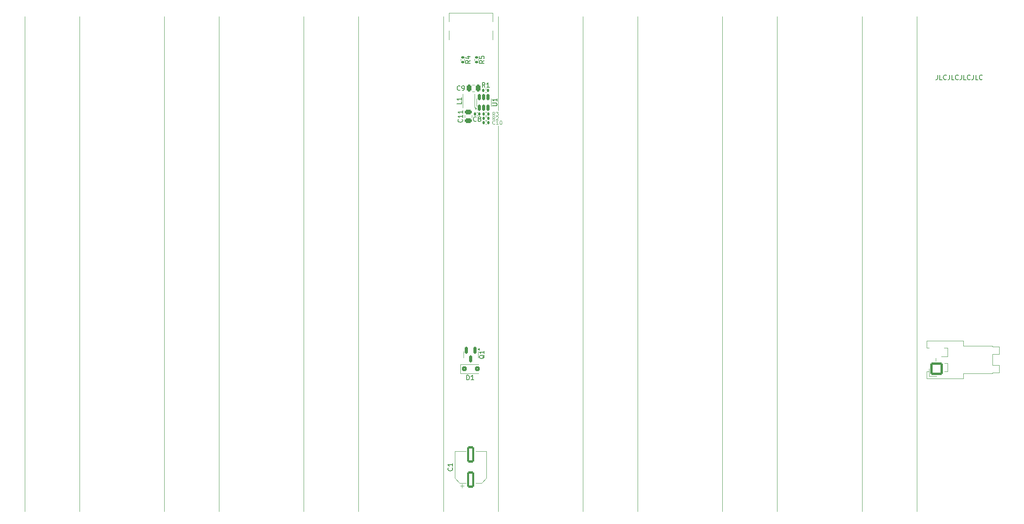
<source format=gto>
%TF.GenerationSoftware,KiCad,Pcbnew,8.0.3*%
%TF.CreationDate,2024-07-13T17:49:35+02:00*%
%TF.ProjectId,faderboard,66616465-7262-46f6-9172-642e6b696361,rev?*%
%TF.SameCoordinates,Original*%
%TF.FileFunction,Legend,Top*%
%TF.FilePolarity,Positive*%
%FSLAX46Y46*%
G04 Gerber Fmt 4.6, Leading zero omitted, Abs format (unit mm)*
G04 Created by KiCad (PCBNEW 8.0.3) date 2024-07-13 17:49:35*
%MOMM*%
%LPD*%
G01*
G04 APERTURE LIST*
G04 Aperture macros list*
%AMRoundRect*
0 Rectangle with rounded corners*
0 $1 Rounding radius*
0 $2 $3 $4 $5 $6 $7 $8 $9 X,Y pos of 4 corners*
0 Add a 4 corners polygon primitive as box body*
4,1,4,$2,$3,$4,$5,$6,$7,$8,$9,$2,$3,0*
0 Add four circle primitives for the rounded corners*
1,1,$1+$1,$2,$3*
1,1,$1+$1,$4,$5*
1,1,$1+$1,$6,$7*
1,1,$1+$1,$8,$9*
0 Add four rect primitives between the rounded corners*
20,1,$1+$1,$2,$3,$4,$5,0*
20,1,$1+$1,$4,$5,$6,$7,0*
20,1,$1+$1,$6,$7,$8,$9,0*
20,1,$1+$1,$8,$9,$2,$3,0*%
G04 Aperture macros list end*
%ADD10C,0.120000*%
%ADD11C,0.150000*%
%ADD12RoundRect,0.150000X-0.150000X0.587500X-0.150000X-0.587500X0.150000X-0.587500X0.150000X0.587500X0*%
%ADD13RoundRect,0.250000X0.550000X-1.500000X0.550000X1.500000X-0.550000X1.500000X-0.550000X-1.500000X0*%
%ADD14C,2.300000*%
%ADD15C,2.800000*%
%ADD16RoundRect,0.250000X0.250000X0.475000X-0.250000X0.475000X-0.250000X-0.475000X0.250000X-0.475000X0*%
%ADD17R,2.000000X0.850000*%
%ADD18RoundRect,0.150000X0.150000X-0.512500X0.150000X0.512500X-0.150000X0.512500X-0.150000X-0.512500X0*%
%ADD19RoundRect,0.140000X-0.140000X-0.170000X0.140000X-0.170000X0.140000X0.170000X-0.140000X0.170000X0*%
%ADD20RoundRect,0.140000X0.140000X0.170000X-0.140000X0.170000X-0.140000X-0.170000X0.140000X-0.170000X0*%
%ADD21RoundRect,0.250000X-0.475000X0.250000X-0.475000X-0.250000X0.475000X-0.250000X0.475000X0.250000X0*%
%ADD22C,6.200000*%
%ADD23RoundRect,0.135000X0.135000X0.185000X-0.135000X0.185000X-0.135000X-0.185000X0.135000X-0.185000X0*%
%ADD24RoundRect,0.135000X-0.135000X-0.185000X0.135000X-0.185000X0.135000X0.185000X-0.135000X0.185000X0*%
%ADD25RoundRect,0.135000X-0.185000X0.135000X-0.185000X-0.135000X0.185000X-0.135000X0.185000X0.135000X0*%
%ADD26C,0.650000*%
%ADD27R,0.600000X1.450000*%
%ADD28R,0.300000X1.450000*%
%ADD29O,1.000000X2.100000*%
%ADD30O,1.000000X1.600000*%
%ADD31RoundRect,0.250001X1.099999X-1.099999X1.099999X1.099999X-1.099999X1.099999X-1.099999X-1.099999X0*%
%ADD32C,2.700000*%
%ADD33RoundRect,0.250000X-0.300000X-0.300000X0.300000X-0.300000X0.300000X0.300000X-0.300000X0.300000X0*%
G04 APERTURE END LIST*
D10*
X81610000Y-24710000D02*
X81610000Y-131290000D01*
X123390000Y-24710000D02*
X123390000Y-131290000D01*
X171610000Y-24710000D02*
X171610000Y-131290000D01*
X201610000Y-24710000D02*
X201610000Y-131290000D01*
X111610000Y-24710000D02*
X111610000Y-131290000D01*
X51610000Y-24710000D02*
X51610000Y-131290000D01*
X213390000Y-24710000D02*
X213390000Y-131290000D01*
X243390000Y-24710000D02*
X243390000Y-131290000D01*
X141610000Y-24710000D02*
X141610000Y-131290000D01*
X153390000Y-48250000D02*
X153390000Y-131290000D01*
X93390000Y-24710000D02*
X93390000Y-131290000D01*
X63390000Y-24710000D02*
X63390000Y-131290000D01*
X153390000Y-24710000D02*
X153390000Y-45000000D01*
X231610000Y-24710000D02*
X231610000Y-131290000D01*
X183390000Y-24710000D02*
X183390000Y-131290000D01*
D11*
X247880951Y-37329819D02*
X247880951Y-38044104D01*
X247880951Y-38044104D02*
X247833332Y-38186961D01*
X247833332Y-38186961D02*
X247738094Y-38282200D01*
X247738094Y-38282200D02*
X247595237Y-38329819D01*
X247595237Y-38329819D02*
X247499999Y-38329819D01*
X248833332Y-38329819D02*
X248357142Y-38329819D01*
X248357142Y-38329819D02*
X248357142Y-37329819D01*
X249738094Y-38234580D02*
X249690475Y-38282200D01*
X249690475Y-38282200D02*
X249547618Y-38329819D01*
X249547618Y-38329819D02*
X249452380Y-38329819D01*
X249452380Y-38329819D02*
X249309523Y-38282200D01*
X249309523Y-38282200D02*
X249214285Y-38186961D01*
X249214285Y-38186961D02*
X249166666Y-38091723D01*
X249166666Y-38091723D02*
X249119047Y-37901247D01*
X249119047Y-37901247D02*
X249119047Y-37758390D01*
X249119047Y-37758390D02*
X249166666Y-37567914D01*
X249166666Y-37567914D02*
X249214285Y-37472676D01*
X249214285Y-37472676D02*
X249309523Y-37377438D01*
X249309523Y-37377438D02*
X249452380Y-37329819D01*
X249452380Y-37329819D02*
X249547618Y-37329819D01*
X249547618Y-37329819D02*
X249690475Y-37377438D01*
X249690475Y-37377438D02*
X249738094Y-37425057D01*
X250452380Y-37329819D02*
X250452380Y-38044104D01*
X250452380Y-38044104D02*
X250404761Y-38186961D01*
X250404761Y-38186961D02*
X250309523Y-38282200D01*
X250309523Y-38282200D02*
X250166666Y-38329819D01*
X250166666Y-38329819D02*
X250071428Y-38329819D01*
X251404761Y-38329819D02*
X250928571Y-38329819D01*
X250928571Y-38329819D02*
X250928571Y-37329819D01*
X252309523Y-38234580D02*
X252261904Y-38282200D01*
X252261904Y-38282200D02*
X252119047Y-38329819D01*
X252119047Y-38329819D02*
X252023809Y-38329819D01*
X252023809Y-38329819D02*
X251880952Y-38282200D01*
X251880952Y-38282200D02*
X251785714Y-38186961D01*
X251785714Y-38186961D02*
X251738095Y-38091723D01*
X251738095Y-38091723D02*
X251690476Y-37901247D01*
X251690476Y-37901247D02*
X251690476Y-37758390D01*
X251690476Y-37758390D02*
X251738095Y-37567914D01*
X251738095Y-37567914D02*
X251785714Y-37472676D01*
X251785714Y-37472676D02*
X251880952Y-37377438D01*
X251880952Y-37377438D02*
X252023809Y-37329819D01*
X252023809Y-37329819D02*
X252119047Y-37329819D01*
X252119047Y-37329819D02*
X252261904Y-37377438D01*
X252261904Y-37377438D02*
X252309523Y-37425057D01*
X253023809Y-37329819D02*
X253023809Y-38044104D01*
X253023809Y-38044104D02*
X252976190Y-38186961D01*
X252976190Y-38186961D02*
X252880952Y-38282200D01*
X252880952Y-38282200D02*
X252738095Y-38329819D01*
X252738095Y-38329819D02*
X252642857Y-38329819D01*
X253976190Y-38329819D02*
X253500000Y-38329819D01*
X253500000Y-38329819D02*
X253500000Y-37329819D01*
X254880952Y-38234580D02*
X254833333Y-38282200D01*
X254833333Y-38282200D02*
X254690476Y-38329819D01*
X254690476Y-38329819D02*
X254595238Y-38329819D01*
X254595238Y-38329819D02*
X254452381Y-38282200D01*
X254452381Y-38282200D02*
X254357143Y-38186961D01*
X254357143Y-38186961D02*
X254309524Y-38091723D01*
X254309524Y-38091723D02*
X254261905Y-37901247D01*
X254261905Y-37901247D02*
X254261905Y-37758390D01*
X254261905Y-37758390D02*
X254309524Y-37567914D01*
X254309524Y-37567914D02*
X254357143Y-37472676D01*
X254357143Y-37472676D02*
X254452381Y-37377438D01*
X254452381Y-37377438D02*
X254595238Y-37329819D01*
X254595238Y-37329819D02*
X254690476Y-37329819D01*
X254690476Y-37329819D02*
X254833333Y-37377438D01*
X254833333Y-37377438D02*
X254880952Y-37425057D01*
X255595238Y-37329819D02*
X255595238Y-38044104D01*
X255595238Y-38044104D02*
X255547619Y-38186961D01*
X255547619Y-38186961D02*
X255452381Y-38282200D01*
X255452381Y-38282200D02*
X255309524Y-38329819D01*
X255309524Y-38329819D02*
X255214286Y-38329819D01*
X256547619Y-38329819D02*
X256071429Y-38329819D01*
X256071429Y-38329819D02*
X256071429Y-37329819D01*
X257452381Y-38234580D02*
X257404762Y-38282200D01*
X257404762Y-38282200D02*
X257261905Y-38329819D01*
X257261905Y-38329819D02*
X257166667Y-38329819D01*
X257166667Y-38329819D02*
X257023810Y-38282200D01*
X257023810Y-38282200D02*
X256928572Y-38186961D01*
X256928572Y-38186961D02*
X256880953Y-38091723D01*
X256880953Y-38091723D02*
X256833334Y-37901247D01*
X256833334Y-37901247D02*
X256833334Y-37758390D01*
X256833334Y-37758390D02*
X256880953Y-37567914D01*
X256880953Y-37567914D02*
X256928572Y-37472676D01*
X256928572Y-37472676D02*
X257023810Y-37377438D01*
X257023810Y-37377438D02*
X257166667Y-37329819D01*
X257166667Y-37329819D02*
X257261905Y-37329819D01*
X257261905Y-37329819D02*
X257404762Y-37377438D01*
X257404762Y-37377438D02*
X257452381Y-37425057D01*
X150450057Y-97655238D02*
X150402438Y-97750476D01*
X150402438Y-97750476D02*
X150307200Y-97845714D01*
X150307200Y-97845714D02*
X150164342Y-97988571D01*
X150164342Y-97988571D02*
X150116723Y-98083809D01*
X150116723Y-98083809D02*
X150116723Y-98179047D01*
X150354819Y-98131428D02*
X150307200Y-98226666D01*
X150307200Y-98226666D02*
X150211961Y-98321904D01*
X150211961Y-98321904D02*
X150021485Y-98369523D01*
X150021485Y-98369523D02*
X149688152Y-98369523D01*
X149688152Y-98369523D02*
X149497676Y-98321904D01*
X149497676Y-98321904D02*
X149402438Y-98226666D01*
X149402438Y-98226666D02*
X149354819Y-98131428D01*
X149354819Y-98131428D02*
X149354819Y-97940952D01*
X149354819Y-97940952D02*
X149402438Y-97845714D01*
X149402438Y-97845714D02*
X149497676Y-97750476D01*
X149497676Y-97750476D02*
X149688152Y-97702857D01*
X149688152Y-97702857D02*
X150021485Y-97702857D01*
X150021485Y-97702857D02*
X150211961Y-97750476D01*
X150211961Y-97750476D02*
X150307200Y-97845714D01*
X150307200Y-97845714D02*
X150354819Y-97940952D01*
X150354819Y-97940952D02*
X150354819Y-98131428D01*
X150354819Y-96750476D02*
X150354819Y-97321904D01*
X150354819Y-97036190D02*
X149354819Y-97036190D01*
X149354819Y-97036190D02*
X149497676Y-97131428D01*
X149497676Y-97131428D02*
X149592914Y-97226666D01*
X149592914Y-97226666D02*
X149640533Y-97321904D01*
X143509580Y-121956666D02*
X143557200Y-122004285D01*
X143557200Y-122004285D02*
X143604819Y-122147142D01*
X143604819Y-122147142D02*
X143604819Y-122242380D01*
X143604819Y-122242380D02*
X143557200Y-122385237D01*
X143557200Y-122385237D02*
X143461961Y-122480475D01*
X143461961Y-122480475D02*
X143366723Y-122528094D01*
X143366723Y-122528094D02*
X143176247Y-122575713D01*
X143176247Y-122575713D02*
X143033390Y-122575713D01*
X143033390Y-122575713D02*
X142842914Y-122528094D01*
X142842914Y-122528094D02*
X142747676Y-122480475D01*
X142747676Y-122480475D02*
X142652438Y-122385237D01*
X142652438Y-122385237D02*
X142604819Y-122242380D01*
X142604819Y-122242380D02*
X142604819Y-122147142D01*
X142604819Y-122147142D02*
X142652438Y-122004285D01*
X142652438Y-122004285D02*
X142700057Y-121956666D01*
X143604819Y-121004285D02*
X143604819Y-121575713D01*
X143604819Y-121289999D02*
X142604819Y-121289999D01*
X142604819Y-121289999D02*
X142747676Y-121385237D01*
X142747676Y-121385237D02*
X142842914Y-121480475D01*
X142842914Y-121480475D02*
X142890533Y-121575713D01*
X145188458Y-40534580D02*
X145140839Y-40582200D01*
X145140839Y-40582200D02*
X144997982Y-40629819D01*
X144997982Y-40629819D02*
X144902744Y-40629819D01*
X144902744Y-40629819D02*
X144759887Y-40582200D01*
X144759887Y-40582200D02*
X144664649Y-40486961D01*
X144664649Y-40486961D02*
X144617030Y-40391723D01*
X144617030Y-40391723D02*
X144569411Y-40201247D01*
X144569411Y-40201247D02*
X144569411Y-40058390D01*
X144569411Y-40058390D02*
X144617030Y-39867914D01*
X144617030Y-39867914D02*
X144664649Y-39772676D01*
X144664649Y-39772676D02*
X144759887Y-39677438D01*
X144759887Y-39677438D02*
X144902744Y-39629819D01*
X144902744Y-39629819D02*
X144997982Y-39629819D01*
X144997982Y-39629819D02*
X145140839Y-39677438D01*
X145140839Y-39677438D02*
X145188458Y-39725057D01*
X145664649Y-40629819D02*
X145855125Y-40629819D01*
X145855125Y-40629819D02*
X145950363Y-40582200D01*
X145950363Y-40582200D02*
X145997982Y-40534580D01*
X145997982Y-40534580D02*
X146093220Y-40391723D01*
X146093220Y-40391723D02*
X146140839Y-40201247D01*
X146140839Y-40201247D02*
X146140839Y-39820295D01*
X146140839Y-39820295D02*
X146093220Y-39725057D01*
X146093220Y-39725057D02*
X146045601Y-39677438D01*
X146045601Y-39677438D02*
X145950363Y-39629819D01*
X145950363Y-39629819D02*
X145759887Y-39629819D01*
X145759887Y-39629819D02*
X145664649Y-39677438D01*
X145664649Y-39677438D02*
X145617030Y-39725057D01*
X145617030Y-39725057D02*
X145569411Y-39820295D01*
X145569411Y-39820295D02*
X145569411Y-40058390D01*
X145569411Y-40058390D02*
X145617030Y-40153628D01*
X145617030Y-40153628D02*
X145664649Y-40201247D01*
X145664649Y-40201247D02*
X145759887Y-40248866D01*
X145759887Y-40248866D02*
X145950363Y-40248866D01*
X145950363Y-40248866D02*
X146045601Y-40201247D01*
X146045601Y-40201247D02*
X146093220Y-40153628D01*
X146093220Y-40153628D02*
X146140839Y-40058390D01*
X145519819Y-43059166D02*
X145519819Y-43535356D01*
X145519819Y-43535356D02*
X144519819Y-43535356D01*
X145519819Y-42202023D02*
X145519819Y-42773451D01*
X145519819Y-42487737D02*
X144519819Y-42487737D01*
X144519819Y-42487737D02*
X144662676Y-42582975D01*
X144662676Y-42582975D02*
X144757914Y-42678213D01*
X144757914Y-42678213D02*
X144805533Y-42773451D01*
X152154819Y-43966904D02*
X152964342Y-43966904D01*
X152964342Y-43966904D02*
X153059580Y-43919285D01*
X153059580Y-43919285D02*
X153107200Y-43871666D01*
X153107200Y-43871666D02*
X153154819Y-43776428D01*
X153154819Y-43776428D02*
X153154819Y-43585952D01*
X153154819Y-43585952D02*
X153107200Y-43490714D01*
X153107200Y-43490714D02*
X153059580Y-43443095D01*
X153059580Y-43443095D02*
X152964342Y-43395476D01*
X152964342Y-43395476D02*
X152154819Y-43395476D01*
X153154819Y-42395476D02*
X153154819Y-42966904D01*
X153154819Y-42681190D02*
X152154819Y-42681190D01*
X152154819Y-42681190D02*
X152297676Y-42776428D01*
X152297676Y-42776428D02*
X152392914Y-42871666D01*
X152392914Y-42871666D02*
X152440533Y-42966904D01*
D10*
X152661566Y-47882664D02*
X152623470Y-47920760D01*
X152623470Y-47920760D02*
X152509185Y-47958855D01*
X152509185Y-47958855D02*
X152432994Y-47958855D01*
X152432994Y-47958855D02*
X152318708Y-47920760D01*
X152318708Y-47920760D02*
X152242518Y-47844569D01*
X152242518Y-47844569D02*
X152204423Y-47768379D01*
X152204423Y-47768379D02*
X152166327Y-47615998D01*
X152166327Y-47615998D02*
X152166327Y-47501712D01*
X152166327Y-47501712D02*
X152204423Y-47349331D01*
X152204423Y-47349331D02*
X152242518Y-47273140D01*
X152242518Y-47273140D02*
X152318708Y-47196950D01*
X152318708Y-47196950D02*
X152432994Y-47158855D01*
X152432994Y-47158855D02*
X152509185Y-47158855D01*
X152509185Y-47158855D02*
X152623470Y-47196950D01*
X152623470Y-47196950D02*
X152661566Y-47235045D01*
X153423470Y-47958855D02*
X152966327Y-47958855D01*
X153194899Y-47958855D02*
X153194899Y-47158855D01*
X153194899Y-47158855D02*
X153118708Y-47273140D01*
X153118708Y-47273140D02*
X153042518Y-47349331D01*
X153042518Y-47349331D02*
X152966327Y-47387426D01*
X153918709Y-47158855D02*
X153994899Y-47158855D01*
X153994899Y-47158855D02*
X154071090Y-47196950D01*
X154071090Y-47196950D02*
X154109185Y-47235045D01*
X154109185Y-47235045D02*
X154147280Y-47311236D01*
X154147280Y-47311236D02*
X154185375Y-47463617D01*
X154185375Y-47463617D02*
X154185375Y-47654093D01*
X154185375Y-47654093D02*
X154147280Y-47806474D01*
X154147280Y-47806474D02*
X154109185Y-47882664D01*
X154109185Y-47882664D02*
X154071090Y-47920760D01*
X154071090Y-47920760D02*
X153994899Y-47958855D01*
X153994899Y-47958855D02*
X153918709Y-47958855D01*
X153918709Y-47958855D02*
X153842518Y-47920760D01*
X153842518Y-47920760D02*
X153804423Y-47882664D01*
X153804423Y-47882664D02*
X153766328Y-47806474D01*
X153766328Y-47806474D02*
X153728232Y-47654093D01*
X153728232Y-47654093D02*
X153728232Y-47463617D01*
X153728232Y-47463617D02*
X153766328Y-47311236D01*
X153766328Y-47311236D02*
X153804423Y-47235045D01*
X153804423Y-47235045D02*
X153842518Y-47196950D01*
X153842518Y-47196950D02*
X153918709Y-47158855D01*
D11*
X148703333Y-47234580D02*
X148655714Y-47282200D01*
X148655714Y-47282200D02*
X148512857Y-47329819D01*
X148512857Y-47329819D02*
X148417619Y-47329819D01*
X148417619Y-47329819D02*
X148274762Y-47282200D01*
X148274762Y-47282200D02*
X148179524Y-47186961D01*
X148179524Y-47186961D02*
X148131905Y-47091723D01*
X148131905Y-47091723D02*
X148084286Y-46901247D01*
X148084286Y-46901247D02*
X148084286Y-46758390D01*
X148084286Y-46758390D02*
X148131905Y-46567914D01*
X148131905Y-46567914D02*
X148179524Y-46472676D01*
X148179524Y-46472676D02*
X148274762Y-46377438D01*
X148274762Y-46377438D02*
X148417619Y-46329819D01*
X148417619Y-46329819D02*
X148512857Y-46329819D01*
X148512857Y-46329819D02*
X148655714Y-46377438D01*
X148655714Y-46377438D02*
X148703333Y-46425057D01*
X149274762Y-46758390D02*
X149179524Y-46710771D01*
X149179524Y-46710771D02*
X149131905Y-46663152D01*
X149131905Y-46663152D02*
X149084286Y-46567914D01*
X149084286Y-46567914D02*
X149084286Y-46520295D01*
X149084286Y-46520295D02*
X149131905Y-46425057D01*
X149131905Y-46425057D02*
X149179524Y-46377438D01*
X149179524Y-46377438D02*
X149274762Y-46329819D01*
X149274762Y-46329819D02*
X149465238Y-46329819D01*
X149465238Y-46329819D02*
X149560476Y-46377438D01*
X149560476Y-46377438D02*
X149608095Y-46425057D01*
X149608095Y-46425057D02*
X149655714Y-46520295D01*
X149655714Y-46520295D02*
X149655714Y-46567914D01*
X149655714Y-46567914D02*
X149608095Y-46663152D01*
X149608095Y-46663152D02*
X149560476Y-46710771D01*
X149560476Y-46710771D02*
X149465238Y-46758390D01*
X149465238Y-46758390D02*
X149274762Y-46758390D01*
X149274762Y-46758390D02*
X149179524Y-46806009D01*
X149179524Y-46806009D02*
X149131905Y-46853628D01*
X149131905Y-46853628D02*
X149084286Y-46948866D01*
X149084286Y-46948866D02*
X149084286Y-47139342D01*
X149084286Y-47139342D02*
X149131905Y-47234580D01*
X149131905Y-47234580D02*
X149179524Y-47282200D01*
X149179524Y-47282200D02*
X149274762Y-47329819D01*
X149274762Y-47329819D02*
X149465238Y-47329819D01*
X149465238Y-47329819D02*
X149560476Y-47282200D01*
X149560476Y-47282200D02*
X149608095Y-47234580D01*
X149608095Y-47234580D02*
X149655714Y-47139342D01*
X149655714Y-47139342D02*
X149655714Y-46948866D01*
X149655714Y-46948866D02*
X149608095Y-46853628D01*
X149608095Y-46853628D02*
X149560476Y-46806009D01*
X149560476Y-46806009D02*
X149465238Y-46758390D01*
X145659580Y-46885357D02*
X145707200Y-46932976D01*
X145707200Y-46932976D02*
X145754819Y-47075833D01*
X145754819Y-47075833D02*
X145754819Y-47171071D01*
X145754819Y-47171071D02*
X145707200Y-47313928D01*
X145707200Y-47313928D02*
X145611961Y-47409166D01*
X145611961Y-47409166D02*
X145516723Y-47456785D01*
X145516723Y-47456785D02*
X145326247Y-47504404D01*
X145326247Y-47504404D02*
X145183390Y-47504404D01*
X145183390Y-47504404D02*
X144992914Y-47456785D01*
X144992914Y-47456785D02*
X144897676Y-47409166D01*
X144897676Y-47409166D02*
X144802438Y-47313928D01*
X144802438Y-47313928D02*
X144754819Y-47171071D01*
X144754819Y-47171071D02*
X144754819Y-47075833D01*
X144754819Y-47075833D02*
X144802438Y-46932976D01*
X144802438Y-46932976D02*
X144850057Y-46885357D01*
X145754819Y-45932976D02*
X145754819Y-46504404D01*
X145754819Y-46218690D02*
X144754819Y-46218690D01*
X144754819Y-46218690D02*
X144897676Y-46313928D01*
X144897676Y-46313928D02*
X144992914Y-46409166D01*
X144992914Y-46409166D02*
X145040533Y-46504404D01*
X145754819Y-44980595D02*
X145754819Y-45552023D01*
X145754819Y-45266309D02*
X144754819Y-45266309D01*
X144754819Y-45266309D02*
X144897676Y-45361547D01*
X144897676Y-45361547D02*
X144992914Y-45456785D01*
X144992914Y-45456785D02*
X145040533Y-45552023D01*
D10*
X152671566Y-46088855D02*
X152404899Y-45707902D01*
X152214423Y-46088855D02*
X152214423Y-45288855D01*
X152214423Y-45288855D02*
X152519185Y-45288855D01*
X152519185Y-45288855D02*
X152595375Y-45326950D01*
X152595375Y-45326950D02*
X152633470Y-45365045D01*
X152633470Y-45365045D02*
X152671566Y-45441236D01*
X152671566Y-45441236D02*
X152671566Y-45555521D01*
X152671566Y-45555521D02*
X152633470Y-45631712D01*
X152633470Y-45631712D02*
X152595375Y-45669807D01*
X152595375Y-45669807D02*
X152519185Y-45707902D01*
X152519185Y-45707902D02*
X152214423Y-45707902D01*
X152938232Y-45288855D02*
X153433470Y-45288855D01*
X153433470Y-45288855D02*
X153166804Y-45593617D01*
X153166804Y-45593617D02*
X153281089Y-45593617D01*
X153281089Y-45593617D02*
X153357280Y-45631712D01*
X153357280Y-45631712D02*
X153395375Y-45669807D01*
X153395375Y-45669807D02*
X153433470Y-45745998D01*
X153433470Y-45745998D02*
X153433470Y-45936474D01*
X153433470Y-45936474D02*
X153395375Y-46012664D01*
X153395375Y-46012664D02*
X153357280Y-46050760D01*
X153357280Y-46050760D02*
X153281089Y-46088855D01*
X153281089Y-46088855D02*
X153052518Y-46088855D01*
X153052518Y-46088855D02*
X152976327Y-46050760D01*
X152976327Y-46050760D02*
X152938232Y-46012664D01*
D11*
X150573333Y-39969819D02*
X150240000Y-39493628D01*
X150001905Y-39969819D02*
X150001905Y-38969819D01*
X150001905Y-38969819D02*
X150382857Y-38969819D01*
X150382857Y-38969819D02*
X150478095Y-39017438D01*
X150478095Y-39017438D02*
X150525714Y-39065057D01*
X150525714Y-39065057D02*
X150573333Y-39160295D01*
X150573333Y-39160295D02*
X150573333Y-39303152D01*
X150573333Y-39303152D02*
X150525714Y-39398390D01*
X150525714Y-39398390D02*
X150478095Y-39446009D01*
X150478095Y-39446009D02*
X150382857Y-39493628D01*
X150382857Y-39493628D02*
X150001905Y-39493628D01*
X151525714Y-39969819D02*
X150954286Y-39969819D01*
X151240000Y-39969819D02*
X151240000Y-38969819D01*
X151240000Y-38969819D02*
X151144762Y-39112676D01*
X151144762Y-39112676D02*
X151049524Y-39207914D01*
X151049524Y-39207914D02*
X150954286Y-39255533D01*
X150374819Y-34206666D02*
X149898628Y-34539999D01*
X150374819Y-34778094D02*
X149374819Y-34778094D01*
X149374819Y-34778094D02*
X149374819Y-34397142D01*
X149374819Y-34397142D02*
X149422438Y-34301904D01*
X149422438Y-34301904D02*
X149470057Y-34254285D01*
X149470057Y-34254285D02*
X149565295Y-34206666D01*
X149565295Y-34206666D02*
X149708152Y-34206666D01*
X149708152Y-34206666D02*
X149803390Y-34254285D01*
X149803390Y-34254285D02*
X149851009Y-34301904D01*
X149851009Y-34301904D02*
X149898628Y-34397142D01*
X149898628Y-34397142D02*
X149898628Y-34778094D01*
X149374819Y-33301904D02*
X149374819Y-33778094D01*
X149374819Y-33778094D02*
X149851009Y-33825713D01*
X149851009Y-33825713D02*
X149803390Y-33778094D01*
X149803390Y-33778094D02*
X149755771Y-33682856D01*
X149755771Y-33682856D02*
X149755771Y-33444761D01*
X149755771Y-33444761D02*
X149803390Y-33349523D01*
X149803390Y-33349523D02*
X149851009Y-33301904D01*
X149851009Y-33301904D02*
X149946247Y-33254285D01*
X149946247Y-33254285D02*
X150184342Y-33254285D01*
X150184342Y-33254285D02*
X150279580Y-33301904D01*
X150279580Y-33301904D02*
X150327200Y-33349523D01*
X150327200Y-33349523D02*
X150374819Y-33444761D01*
X150374819Y-33444761D02*
X150374819Y-33682856D01*
X150374819Y-33682856D02*
X150327200Y-33778094D01*
X150327200Y-33778094D02*
X150279580Y-33825713D01*
D10*
X152671566Y-47028855D02*
X152404899Y-46647902D01*
X152214423Y-47028855D02*
X152214423Y-46228855D01*
X152214423Y-46228855D02*
X152519185Y-46228855D01*
X152519185Y-46228855D02*
X152595375Y-46266950D01*
X152595375Y-46266950D02*
X152633470Y-46305045D01*
X152633470Y-46305045D02*
X152671566Y-46381236D01*
X152671566Y-46381236D02*
X152671566Y-46495521D01*
X152671566Y-46495521D02*
X152633470Y-46571712D01*
X152633470Y-46571712D02*
X152595375Y-46609807D01*
X152595375Y-46609807D02*
X152519185Y-46647902D01*
X152519185Y-46647902D02*
X152214423Y-46647902D01*
X152976327Y-46305045D02*
X153014423Y-46266950D01*
X153014423Y-46266950D02*
X153090613Y-46228855D01*
X153090613Y-46228855D02*
X153281089Y-46228855D01*
X153281089Y-46228855D02*
X153357280Y-46266950D01*
X153357280Y-46266950D02*
X153395375Y-46305045D01*
X153395375Y-46305045D02*
X153433470Y-46381236D01*
X153433470Y-46381236D02*
X153433470Y-46457426D01*
X153433470Y-46457426D02*
X153395375Y-46571712D01*
X153395375Y-46571712D02*
X152938232Y-47028855D01*
X152938232Y-47028855D02*
X153433470Y-47028855D01*
D11*
X146634905Y-102989819D02*
X146634905Y-101989819D01*
X146634905Y-101989819D02*
X146873000Y-101989819D01*
X146873000Y-101989819D02*
X147015857Y-102037438D01*
X147015857Y-102037438D02*
X147111095Y-102132676D01*
X147111095Y-102132676D02*
X147158714Y-102227914D01*
X147158714Y-102227914D02*
X147206333Y-102418390D01*
X147206333Y-102418390D02*
X147206333Y-102561247D01*
X147206333Y-102561247D02*
X147158714Y-102751723D01*
X147158714Y-102751723D02*
X147111095Y-102846961D01*
X147111095Y-102846961D02*
X147015857Y-102942200D01*
X147015857Y-102942200D02*
X146873000Y-102989819D01*
X146873000Y-102989819D02*
X146634905Y-102989819D01*
X148158714Y-102989819D02*
X147587286Y-102989819D01*
X147873000Y-102989819D02*
X147873000Y-101989819D01*
X147873000Y-101989819D02*
X147777762Y-102132676D01*
X147777762Y-102132676D02*
X147682524Y-102227914D01*
X147682524Y-102227914D02*
X147587286Y-102275533D01*
X147374819Y-34206666D02*
X146898628Y-34539999D01*
X147374819Y-34778094D02*
X146374819Y-34778094D01*
X146374819Y-34778094D02*
X146374819Y-34397142D01*
X146374819Y-34397142D02*
X146422438Y-34301904D01*
X146422438Y-34301904D02*
X146470057Y-34254285D01*
X146470057Y-34254285D02*
X146565295Y-34206666D01*
X146565295Y-34206666D02*
X146708152Y-34206666D01*
X146708152Y-34206666D02*
X146803390Y-34254285D01*
X146803390Y-34254285D02*
X146851009Y-34301904D01*
X146851009Y-34301904D02*
X146898628Y-34397142D01*
X146898628Y-34397142D02*
X146898628Y-34778094D01*
X146708152Y-33349523D02*
X147374819Y-33349523D01*
X146327200Y-33587618D02*
X147041485Y-33825713D01*
X147041485Y-33825713D02*
X147041485Y-33206666D01*
D10*
%TO.C,Q1*%
X145940000Y-97560000D02*
X145940000Y-96910000D01*
X145940000Y-97560000D02*
X145940000Y-98210000D01*
X149060000Y-97560000D02*
X149060000Y-96910000D01*
X149060000Y-97560000D02*
X149060000Y-98210000D01*
X149340000Y-96637500D02*
X149010000Y-96397500D01*
X149340000Y-96157500D01*
X149340000Y-96637500D01*
G36*
X149340000Y-96637500D02*
G01*
X149010000Y-96397500D01*
X149340000Y-96157500D01*
X149340000Y-96637500D01*
G37*
%TO.C,C1*%
X144090000Y-118380000D02*
X144090000Y-124135563D01*
X144090000Y-124135563D02*
X145154437Y-125200000D01*
X145652500Y-125440000D02*
X145652500Y-126227500D01*
X146046250Y-125833750D02*
X145258750Y-125833750D01*
X146440000Y-118380000D02*
X144090000Y-118380000D01*
X146440000Y-125200000D02*
X145154437Y-125200000D01*
X148560000Y-118380000D02*
X150910000Y-118380000D01*
X148560000Y-125200000D02*
X149845563Y-125200000D01*
X150910000Y-118380000D02*
X150910000Y-124135563D01*
X150910000Y-124135563D02*
X149845563Y-125200000D01*
%TO.C,C9*%
X148371252Y-39440000D02*
X147848748Y-39440000D01*
X148371252Y-40910000D02*
X147848748Y-40910000D01*
%TO.C,L1*%
X145805000Y-41382500D02*
X145805000Y-44402500D01*
X148325000Y-41382500D02*
X148325000Y-44402500D01*
%TO.C,U1*%
X148740000Y-43205000D02*
X148740000Y-42405000D01*
X148740000Y-43205000D02*
X148740000Y-44005000D01*
X151860000Y-43205000D02*
X151860000Y-42405000D01*
X151860000Y-43205000D02*
X151860000Y-44005000D01*
X148790000Y-44505000D02*
X148460000Y-44745000D01*
X148460000Y-44265000D01*
X148790000Y-44505000D01*
G36*
X148790000Y-44505000D02*
G01*
X148460000Y-44745000D01*
X148460000Y-44265000D01*
X148790000Y-44505000D01*
G37*
%TO.C,C10*%
X150667164Y-47235000D02*
X150882836Y-47235000D01*
X150667164Y-47955000D02*
X150882836Y-47955000D01*
%TO.C,C8*%
X148977836Y-45355000D02*
X148762164Y-45355000D01*
X148977836Y-46075000D02*
X148762164Y-46075000D01*
%TO.C,C11*%
X146245000Y-45981248D02*
X146245000Y-46503752D01*
X147715000Y-45981248D02*
X147715000Y-46503752D01*
%TO.C,R3*%
X150928641Y-45345000D02*
X150621359Y-45345000D01*
X150928641Y-46105000D02*
X150621359Y-46105000D01*
%TO.C,R1*%
X150586359Y-40305000D02*
X150893641Y-40305000D01*
X150586359Y-41065000D02*
X150893641Y-41065000D01*
%TO.C,R5*%
X148370000Y-33886359D02*
X148370000Y-34193641D01*
X149130000Y-33886359D02*
X149130000Y-34193641D01*
%TO.C,J1*%
X142800000Y-25840000D02*
X142800000Y-23940000D01*
X142800000Y-29740000D02*
X142800000Y-27740000D01*
X152200000Y-23940000D02*
X142800000Y-23940000D01*
X152200000Y-25840000D02*
X152200000Y-23940000D01*
X152200000Y-29740000D02*
X152200000Y-27740000D01*
%TO.C,J3*%
X245515000Y-94610000D02*
X253435000Y-94610000D01*
X245515000Y-96100000D02*
X245515000Y-94610000D01*
X245515000Y-101200000D02*
X246015000Y-101200000D01*
X245515000Y-102690000D02*
X245515000Y-101200000D01*
X246015000Y-100630000D02*
X246015000Y-102240000D01*
X246015000Y-102240000D02*
X247625000Y-102240000D01*
X246025000Y-96100000D02*
X245515000Y-96100000D01*
X247515000Y-99020000D02*
X247515000Y-98280000D01*
X248625000Y-97930000D02*
X250015000Y-97930000D01*
X249325000Y-101200000D02*
X250015000Y-101200000D01*
X250015000Y-96100000D02*
X249225000Y-96100000D01*
X250015000Y-97930000D02*
X250015000Y-96090000D01*
X250015000Y-99370000D02*
X249325000Y-99370000D01*
X250015000Y-101210000D02*
X250015000Y-99370000D01*
X253435000Y-94610000D02*
X253435000Y-95660000D01*
X253435000Y-101640000D02*
X253435000Y-102690000D01*
X253435000Y-101640000D02*
X259635000Y-101640000D01*
X253435000Y-102690000D02*
X245515000Y-102690000D01*
X259635000Y-95660000D02*
X253435000Y-95660000D01*
X259635000Y-95850000D02*
X259635000Y-95660000D01*
X259635000Y-97490000D02*
X261135000Y-97490000D01*
X259635000Y-99810000D02*
X259635000Y-97490000D01*
X259635000Y-101450000D02*
X261135000Y-101450000D01*
X259635000Y-101640000D02*
X259635000Y-101450000D01*
X261135000Y-95850000D02*
X259635000Y-95850000D01*
X261135000Y-97490000D02*
X261135000Y-95850000D01*
X261135000Y-99810000D02*
X259635000Y-99810000D01*
X261135000Y-101450000D02*
X261135000Y-99810000D01*
%TO.C,R2*%
X150621359Y-46285000D02*
X150928641Y-46285000D01*
X150621359Y-47045000D02*
X150928641Y-47045000D01*
%TO.C,D1*%
X145290000Y-99630000D02*
X145290000Y-101630000D01*
X145290000Y-99630000D02*
X149150000Y-99630000D01*
X145290000Y-101630000D02*
X149150000Y-101630000D01*
%TO.C,R4*%
X145370000Y-33886359D02*
X145370000Y-34193641D01*
X146130000Y-33886359D02*
X146130000Y-34193641D01*
%TD*%
%LPC*%
D12*
%TO.C,Q1*%
X148450000Y-96622500D03*
X146550000Y-96622500D03*
X147500000Y-98497500D03*
%TD*%
D13*
%TO.C,C1*%
X147500000Y-124490000D03*
X147500000Y-119090000D03*
%TD*%
D14*
%TO.C,RV2*%
X78125000Y-35000000D03*
X74375000Y-35000000D03*
X70625000Y-35000000D03*
X66875000Y-35000000D03*
X76500000Y-128200000D03*
X68500000Y-128200000D03*
D15*
X66875000Y-42000000D03*
X72500000Y-40750000D03*
X78125000Y-42000000D03*
%TD*%
D16*
%TO.C,C9*%
X149060000Y-40175000D03*
X147160000Y-40175000D03*
%TD*%
D17*
%TO.C,L1*%
X147065000Y-42067500D03*
X147065000Y-43717500D03*
%TD*%
D18*
%TO.C,U1*%
X149350000Y-44342500D03*
X150300000Y-44342500D03*
X151250000Y-44342500D03*
X151250000Y-42067500D03*
X150300000Y-42067500D03*
X149350000Y-42067500D03*
%TD*%
D14*
%TO.C,RV7*%
X228125000Y-35000000D03*
X224375000Y-35000000D03*
X220625000Y-35000000D03*
X216875000Y-35000000D03*
X226500000Y-128200000D03*
X218500000Y-128200000D03*
D15*
X216875000Y-42000000D03*
X222500000Y-40750000D03*
X228125000Y-42000000D03*
%TD*%
D19*
%TO.C,C10*%
X150295000Y-47595000D03*
X151255000Y-47595000D03*
%TD*%
D20*
%TO.C,C8*%
X149350000Y-45715000D03*
X148390000Y-45715000D03*
%TD*%
D21*
%TO.C,C11*%
X146980000Y-45292500D03*
X146980000Y-47192500D03*
%TD*%
D14*
%TO.C,RV1*%
X48125000Y-35000000D03*
X44375000Y-35000000D03*
X40625000Y-35000000D03*
X36875000Y-35000000D03*
X46500000Y-128200000D03*
X38500000Y-128200000D03*
D15*
X36875000Y-42000000D03*
X42500000Y-40750000D03*
X48125000Y-42000000D03*
%TD*%
D22*
%TO.C,H2*%
X117500000Y-114750000D03*
%TD*%
%TO.C,H3*%
X177500000Y-46250000D03*
%TD*%
D14*
%TO.C,RV8*%
X258125000Y-35000000D03*
X254375000Y-35000000D03*
X250625000Y-35000000D03*
X246875000Y-35000000D03*
X256500000Y-128200000D03*
X248500000Y-128200000D03*
D15*
X246875000Y-42000000D03*
X252500000Y-40750000D03*
X258125000Y-42000000D03*
%TD*%
D23*
%TO.C,R3*%
X151285000Y-45725000D03*
X150265000Y-45725000D03*
%TD*%
D14*
%TO.C,RV5*%
X168125000Y-35000000D03*
X164375000Y-35000000D03*
X160625000Y-35000000D03*
X156875000Y-35000000D03*
X166500000Y-128200000D03*
X158500000Y-128200000D03*
D15*
X156875000Y-42000000D03*
X162500000Y-40750000D03*
X168125000Y-42000000D03*
%TD*%
D24*
%TO.C,R1*%
X150230000Y-40685000D03*
X151250000Y-40685000D03*
%TD*%
D25*
%TO.C,R5*%
X148750000Y-33530000D03*
X148750000Y-34550000D03*
%TD*%
D14*
%TO.C,RV3*%
X108125000Y-35000000D03*
X104375000Y-35000000D03*
X100625000Y-35000000D03*
X96875000Y-35000000D03*
X106500000Y-128200000D03*
X98500000Y-128200000D03*
D15*
X96875000Y-42000000D03*
X102500000Y-40750000D03*
X108125000Y-42000000D03*
%TD*%
D22*
%TO.C,H1*%
X57500000Y-46250000D03*
%TD*%
D26*
%TO.C,J1*%
X150390000Y-30440000D03*
X144610000Y-30440000D03*
D27*
X150750000Y-31885000D03*
X149950000Y-31885000D03*
D28*
X148750000Y-31885000D03*
X147750000Y-31885000D03*
X147250000Y-31885000D03*
X146250000Y-31885000D03*
D27*
X145050000Y-31885000D03*
X144250000Y-31885000D03*
X144250000Y-31885000D03*
X145050000Y-31885000D03*
D28*
X145750000Y-31885000D03*
X146750000Y-31885000D03*
X148250000Y-31885000D03*
X149250000Y-31885000D03*
D27*
X149950000Y-31885000D03*
X150750000Y-31885000D03*
D29*
X151820000Y-30970000D03*
D30*
X151820000Y-26790000D03*
D29*
X143180000Y-30970000D03*
D30*
X143180000Y-26790000D03*
%TD*%
D31*
%TO.C,J3*%
X247625000Y-100630000D03*
D32*
X247625000Y-96670000D03*
%TD*%
D14*
%TO.C,RV4*%
X138125000Y-35000000D03*
X134375000Y-35000000D03*
X130625000Y-35000000D03*
X126875000Y-35000000D03*
X136500000Y-128200000D03*
X128500000Y-128200000D03*
D15*
X126875000Y-42000000D03*
X132500000Y-40750000D03*
X138125000Y-42000000D03*
%TD*%
D24*
%TO.C,R2*%
X150265000Y-46665000D03*
X151285000Y-46665000D03*
%TD*%
D33*
%TO.C,D1*%
X146100000Y-100630000D03*
X148900000Y-100630000D03*
%TD*%
D25*
%TO.C,R4*%
X145750000Y-33530000D03*
X145750000Y-34550000D03*
%TD*%
D14*
%TO.C,RV6*%
X198125000Y-35000000D03*
X194375000Y-35000000D03*
X190625000Y-35000000D03*
X186875000Y-35000000D03*
X196500000Y-128200000D03*
X188500000Y-128200000D03*
D15*
X186875000Y-42000000D03*
X192500000Y-40750000D03*
X198125000Y-42000000D03*
%TD*%
D22*
%TO.C,H4*%
X237500000Y-114750000D03*
%TD*%
%LPD*%
M02*

</source>
